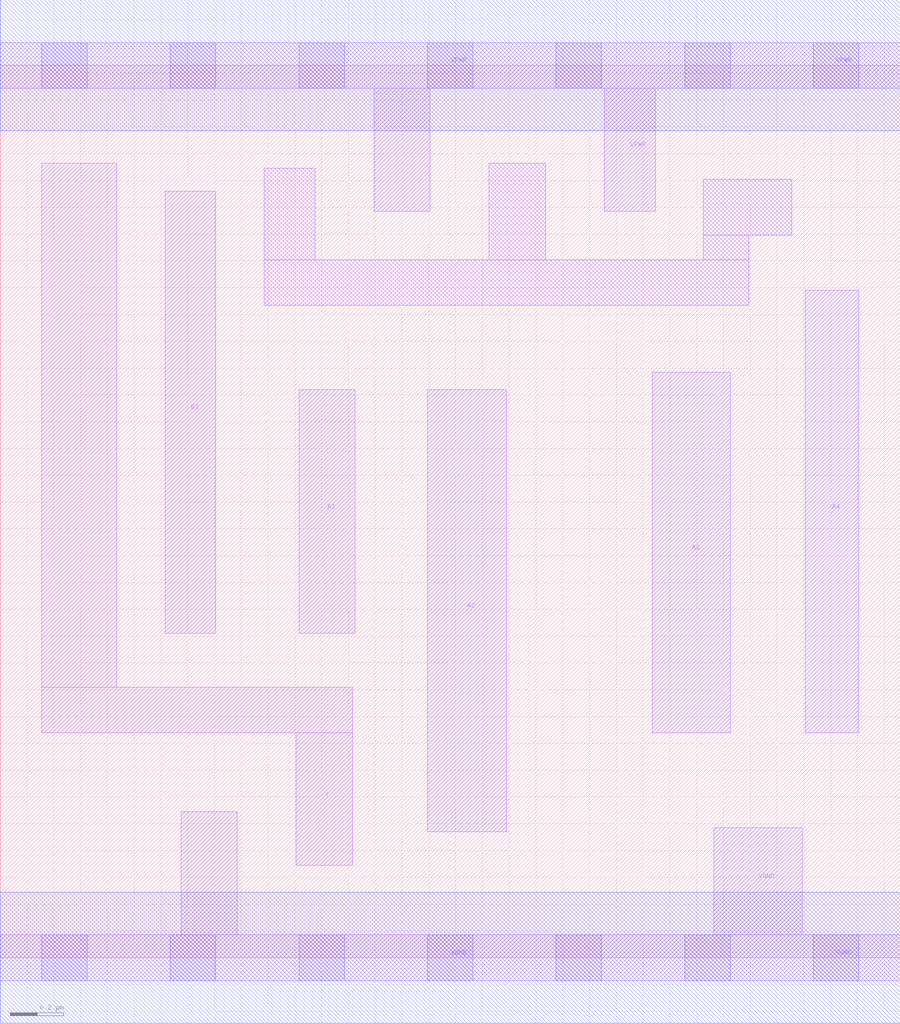
<source format=lef>
# Copyright 2020 The SkyWater PDK Authors
#
# Licensed under the Apache License, Version 2.0 (the "License");
# you may not use this file except in compliance with the License.
# You may obtain a copy of the License at
#
#     https://www.apache.org/licenses/LICENSE-2.0
#
# Unless required by applicable law or agreed to in writing, software
# distributed under the License is distributed on an "AS IS" BASIS,
# WITHOUT WARRANTIES OR CONDITIONS OF ANY KIND, either express or implied.
# See the License for the specific language governing permissions and
# limitations under the License.
#
# SPDX-License-Identifier: Apache-2.0

VERSION 5.7 ;
  NAMESCASESENSITIVE ON ;
  NOWIREEXTENSIONATPIN ON ;
  DIVIDERCHAR "/" ;
  BUSBITCHARS "[]" ;
UNITS
  DATABASE MICRONS 200 ;
END UNITS
MACRO sky130_fd_sc_lp__a41oi_m
  CLASS CORE ;
  SOURCE USER ;
  FOREIGN sky130_fd_sc_lp__a41oi_m ;
  ORIGIN  0.000000  0.000000 ;
  SIZE  3.360000 BY  3.330000 ;
  SYMMETRY X Y R90 ;
  SITE unit ;
  PIN A1
    ANTENNAGATEAREA  0.126000 ;
    DIRECTION INPUT ;
    USE SIGNAL ;
    PORT
      LAYER li1 ;
        RECT 1.115000 1.210000 1.325000 2.120000 ;
    END
  END A1
  PIN A2
    ANTENNAGATEAREA  0.126000 ;
    DIRECTION INPUT ;
    USE SIGNAL ;
    PORT
      LAYER li1 ;
        RECT 1.595000 0.470000 1.890000 2.120000 ;
    END
  END A2
  PIN A3
    ANTENNAGATEAREA  0.126000 ;
    DIRECTION INPUT ;
    USE SIGNAL ;
    PORT
      LAYER li1 ;
        RECT 2.435000 0.840000 2.725000 2.185000 ;
    END
  END A3
  PIN A4
    ANTENNAGATEAREA  0.126000 ;
    DIRECTION INPUT ;
    USE SIGNAL ;
    PORT
      LAYER li1 ;
        RECT 3.005000 0.840000 3.205000 2.490000 ;
    END
  END A4
  PIN B1
    ANTENNAGATEAREA  0.126000 ;
    DIRECTION INPUT ;
    USE SIGNAL ;
    PORT
      LAYER li1 ;
        RECT 0.615000 1.210000 0.805000 2.860000 ;
    END
  END B1
  PIN Y
    ANTENNADIFFAREA  0.350700 ;
    DIRECTION OUTPUT ;
    USE SIGNAL ;
    PORT
      LAYER li1 ;
        RECT 0.155000 0.840000 1.315000 1.010000 ;
        RECT 0.155000 1.010000 0.435000 2.965000 ;
        RECT 1.105000 0.345000 1.315000 0.840000 ;
    END
  END Y
  PIN VGND
    DIRECTION INOUT ;
    USE GROUND ;
    PORT
      LAYER li1 ;
        RECT 0.000000 -0.085000 3.360000 0.085000 ;
        RECT 0.675000  0.085000 0.885000 0.545000 ;
        RECT 2.665000  0.085000 2.995000 0.485000 ;
      LAYER mcon ;
        RECT 0.155000 -0.085000 0.325000 0.085000 ;
        RECT 0.635000 -0.085000 0.805000 0.085000 ;
        RECT 1.115000 -0.085000 1.285000 0.085000 ;
        RECT 1.595000 -0.085000 1.765000 0.085000 ;
        RECT 2.075000 -0.085000 2.245000 0.085000 ;
        RECT 2.555000 -0.085000 2.725000 0.085000 ;
        RECT 3.035000 -0.085000 3.205000 0.085000 ;
      LAYER met1 ;
        RECT 0.000000 -0.245000 3.360000 0.245000 ;
    END
  END VGND
  PIN VPWR
    DIRECTION INOUT ;
    USE POWER ;
    PORT
      LAYER li1 ;
        RECT 0.000000 3.245000 3.360000 3.415000 ;
        RECT 1.395000 2.785000 1.605000 3.245000 ;
        RECT 2.255000 2.785000 2.445000 3.245000 ;
      LAYER mcon ;
        RECT 0.155000 3.245000 0.325000 3.415000 ;
        RECT 0.635000 3.245000 0.805000 3.415000 ;
        RECT 1.115000 3.245000 1.285000 3.415000 ;
        RECT 1.595000 3.245000 1.765000 3.415000 ;
        RECT 2.075000 3.245000 2.245000 3.415000 ;
        RECT 2.555000 3.245000 2.725000 3.415000 ;
        RECT 3.035000 3.245000 3.205000 3.415000 ;
      LAYER met1 ;
        RECT 0.000000 3.085000 3.360000 3.575000 ;
    END
  END VPWR
  OBS
    LAYER li1 ;
      RECT 0.985000 2.435000 2.795000 2.605000 ;
      RECT 0.985000 2.605000 1.175000 2.945000 ;
      RECT 1.825000 2.605000 2.035000 2.965000 ;
      RECT 2.625000 2.605000 2.795000 2.695000 ;
      RECT 2.625000 2.695000 2.955000 2.905000 ;
  END
END sky130_fd_sc_lp__a41oi_m

</source>
